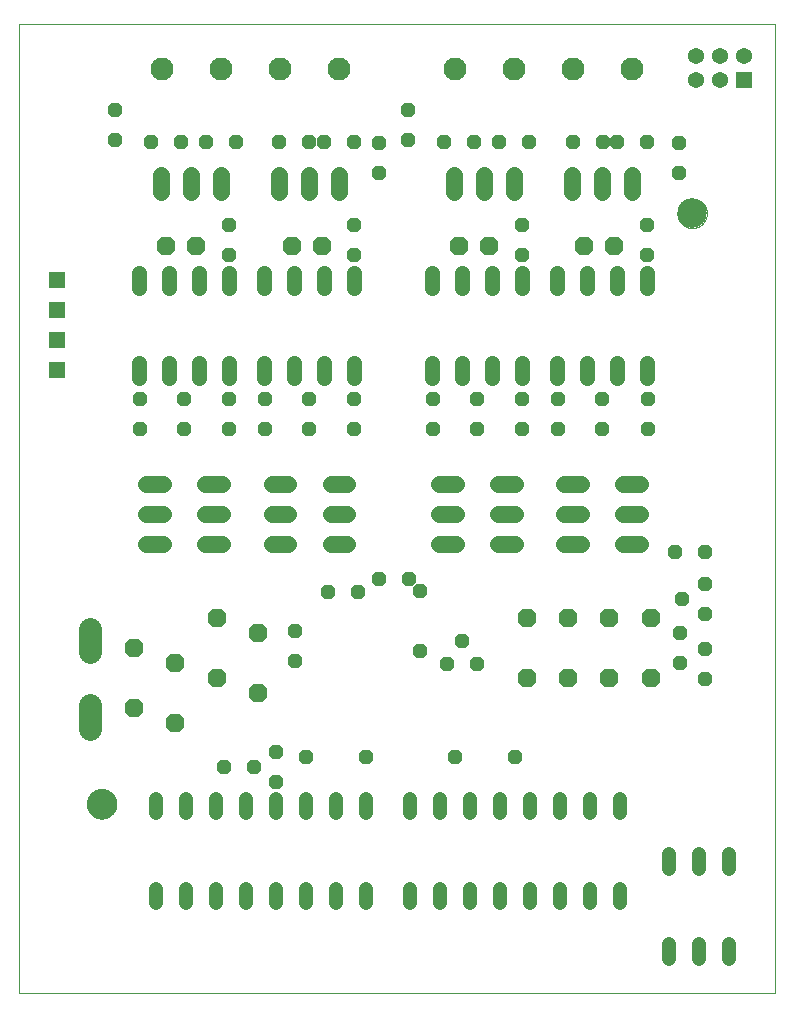
<source format=gts>
G75*
%MOIN*%
%OFA0B0*%
%FSLAX25Y25*%
%IPPOS*%
%LPD*%
%AMOC8*
5,1,8,0,0,1.08239X$1,22.5*
%
%ADD10C,0.00000*%
%ADD11C,0.09843*%
%ADD12OC8,0.04800*%
%ADD13OC8,0.06300*%
%ADD14C,0.05118*%
%ADD15R,0.05400X0.05400*%
%ADD16C,0.05400*%
%ADD17C,0.05600*%
%ADD18C,0.04800*%
%ADD19C,0.07677*%
%ADD20R,0.05500X0.05500*%
%ADD21C,0.07677*%
D10*
X0001300Y0001300D02*
X0001300Y0324135D01*
X0253269Y0324135D01*
X0253269Y0001300D01*
X0001300Y0001300D01*
X0023938Y0064292D02*
X0023940Y0064432D01*
X0023946Y0064572D01*
X0023956Y0064711D01*
X0023970Y0064850D01*
X0023988Y0064989D01*
X0024009Y0065127D01*
X0024035Y0065265D01*
X0024065Y0065402D01*
X0024098Y0065537D01*
X0024136Y0065672D01*
X0024177Y0065806D01*
X0024222Y0065939D01*
X0024270Y0066070D01*
X0024323Y0066199D01*
X0024379Y0066328D01*
X0024438Y0066454D01*
X0024502Y0066579D01*
X0024568Y0066702D01*
X0024639Y0066823D01*
X0024712Y0066942D01*
X0024789Y0067059D01*
X0024870Y0067173D01*
X0024953Y0067285D01*
X0025040Y0067395D01*
X0025130Y0067503D01*
X0025222Y0067607D01*
X0025318Y0067709D01*
X0025417Y0067809D01*
X0025518Y0067905D01*
X0025622Y0067999D01*
X0025729Y0068089D01*
X0025838Y0068176D01*
X0025950Y0068261D01*
X0026064Y0068342D01*
X0026180Y0068420D01*
X0026298Y0068494D01*
X0026419Y0068565D01*
X0026541Y0068633D01*
X0026666Y0068697D01*
X0026792Y0068758D01*
X0026919Y0068815D01*
X0027049Y0068868D01*
X0027180Y0068918D01*
X0027312Y0068963D01*
X0027445Y0069006D01*
X0027580Y0069044D01*
X0027715Y0069078D01*
X0027852Y0069109D01*
X0027989Y0069136D01*
X0028127Y0069158D01*
X0028266Y0069177D01*
X0028405Y0069192D01*
X0028544Y0069203D01*
X0028684Y0069210D01*
X0028824Y0069213D01*
X0028964Y0069212D01*
X0029104Y0069207D01*
X0029243Y0069198D01*
X0029383Y0069185D01*
X0029522Y0069168D01*
X0029660Y0069147D01*
X0029798Y0069123D01*
X0029935Y0069094D01*
X0030071Y0069062D01*
X0030206Y0069025D01*
X0030340Y0068985D01*
X0030473Y0068941D01*
X0030604Y0068893D01*
X0030734Y0068842D01*
X0030863Y0068787D01*
X0030990Y0068728D01*
X0031115Y0068665D01*
X0031238Y0068600D01*
X0031360Y0068530D01*
X0031479Y0068457D01*
X0031597Y0068381D01*
X0031712Y0068302D01*
X0031825Y0068219D01*
X0031935Y0068133D01*
X0032043Y0068044D01*
X0032148Y0067952D01*
X0032251Y0067857D01*
X0032351Y0067759D01*
X0032448Y0067659D01*
X0032542Y0067555D01*
X0032634Y0067449D01*
X0032722Y0067341D01*
X0032807Y0067230D01*
X0032889Y0067116D01*
X0032968Y0067000D01*
X0033043Y0066883D01*
X0033115Y0066763D01*
X0033183Y0066641D01*
X0033248Y0066517D01*
X0033310Y0066391D01*
X0033368Y0066264D01*
X0033422Y0066135D01*
X0033473Y0066004D01*
X0033519Y0065872D01*
X0033562Y0065739D01*
X0033602Y0065605D01*
X0033637Y0065470D01*
X0033669Y0065333D01*
X0033696Y0065196D01*
X0033720Y0065058D01*
X0033740Y0064920D01*
X0033756Y0064781D01*
X0033768Y0064641D01*
X0033776Y0064502D01*
X0033780Y0064362D01*
X0033780Y0064222D01*
X0033776Y0064082D01*
X0033768Y0063943D01*
X0033756Y0063803D01*
X0033740Y0063664D01*
X0033720Y0063526D01*
X0033696Y0063388D01*
X0033669Y0063251D01*
X0033637Y0063114D01*
X0033602Y0062979D01*
X0033562Y0062845D01*
X0033519Y0062712D01*
X0033473Y0062580D01*
X0033422Y0062449D01*
X0033368Y0062320D01*
X0033310Y0062193D01*
X0033248Y0062067D01*
X0033183Y0061943D01*
X0033115Y0061821D01*
X0033043Y0061701D01*
X0032968Y0061584D01*
X0032889Y0061468D01*
X0032807Y0061354D01*
X0032722Y0061243D01*
X0032634Y0061135D01*
X0032542Y0061029D01*
X0032448Y0060925D01*
X0032351Y0060825D01*
X0032251Y0060727D01*
X0032148Y0060632D01*
X0032043Y0060540D01*
X0031935Y0060451D01*
X0031825Y0060365D01*
X0031712Y0060282D01*
X0031597Y0060203D01*
X0031479Y0060127D01*
X0031360Y0060054D01*
X0031238Y0059984D01*
X0031115Y0059919D01*
X0030990Y0059856D01*
X0030863Y0059797D01*
X0030734Y0059742D01*
X0030604Y0059691D01*
X0030473Y0059643D01*
X0030340Y0059599D01*
X0030206Y0059559D01*
X0030071Y0059522D01*
X0029935Y0059490D01*
X0029798Y0059461D01*
X0029660Y0059437D01*
X0029522Y0059416D01*
X0029383Y0059399D01*
X0029243Y0059386D01*
X0029104Y0059377D01*
X0028964Y0059372D01*
X0028824Y0059371D01*
X0028684Y0059374D01*
X0028544Y0059381D01*
X0028405Y0059392D01*
X0028266Y0059407D01*
X0028127Y0059426D01*
X0027989Y0059448D01*
X0027852Y0059475D01*
X0027715Y0059506D01*
X0027580Y0059540D01*
X0027445Y0059578D01*
X0027312Y0059621D01*
X0027180Y0059666D01*
X0027049Y0059716D01*
X0026919Y0059769D01*
X0026792Y0059826D01*
X0026666Y0059887D01*
X0026541Y0059951D01*
X0026419Y0060019D01*
X0026298Y0060090D01*
X0026180Y0060164D01*
X0026064Y0060242D01*
X0025950Y0060323D01*
X0025838Y0060408D01*
X0025729Y0060495D01*
X0025622Y0060585D01*
X0025518Y0060679D01*
X0025417Y0060775D01*
X0025318Y0060875D01*
X0025222Y0060977D01*
X0025130Y0061081D01*
X0025040Y0061189D01*
X0024953Y0061299D01*
X0024870Y0061411D01*
X0024789Y0061525D01*
X0024712Y0061642D01*
X0024639Y0061761D01*
X0024568Y0061882D01*
X0024502Y0062005D01*
X0024438Y0062130D01*
X0024379Y0062256D01*
X0024323Y0062385D01*
X0024270Y0062514D01*
X0024222Y0062645D01*
X0024177Y0062778D01*
X0024136Y0062912D01*
X0024098Y0063047D01*
X0024065Y0063182D01*
X0024035Y0063319D01*
X0024009Y0063457D01*
X0023988Y0063595D01*
X0023970Y0063734D01*
X0023956Y0063873D01*
X0023946Y0064012D01*
X0023940Y0064152D01*
X0023938Y0064292D01*
X0220788Y0261143D02*
X0220790Y0261283D01*
X0220796Y0261423D01*
X0220806Y0261562D01*
X0220820Y0261701D01*
X0220838Y0261840D01*
X0220859Y0261978D01*
X0220885Y0262116D01*
X0220915Y0262253D01*
X0220948Y0262388D01*
X0220986Y0262523D01*
X0221027Y0262657D01*
X0221072Y0262790D01*
X0221120Y0262921D01*
X0221173Y0263050D01*
X0221229Y0263179D01*
X0221288Y0263305D01*
X0221352Y0263430D01*
X0221418Y0263553D01*
X0221489Y0263674D01*
X0221562Y0263793D01*
X0221639Y0263910D01*
X0221720Y0264024D01*
X0221803Y0264136D01*
X0221890Y0264246D01*
X0221980Y0264354D01*
X0222072Y0264458D01*
X0222168Y0264560D01*
X0222267Y0264660D01*
X0222368Y0264756D01*
X0222472Y0264850D01*
X0222579Y0264940D01*
X0222688Y0265027D01*
X0222800Y0265112D01*
X0222914Y0265193D01*
X0223030Y0265271D01*
X0223148Y0265345D01*
X0223269Y0265416D01*
X0223391Y0265484D01*
X0223516Y0265548D01*
X0223642Y0265609D01*
X0223769Y0265666D01*
X0223899Y0265719D01*
X0224030Y0265769D01*
X0224162Y0265814D01*
X0224295Y0265857D01*
X0224430Y0265895D01*
X0224565Y0265929D01*
X0224702Y0265960D01*
X0224839Y0265987D01*
X0224977Y0266009D01*
X0225116Y0266028D01*
X0225255Y0266043D01*
X0225394Y0266054D01*
X0225534Y0266061D01*
X0225674Y0266064D01*
X0225814Y0266063D01*
X0225954Y0266058D01*
X0226093Y0266049D01*
X0226233Y0266036D01*
X0226372Y0266019D01*
X0226510Y0265998D01*
X0226648Y0265974D01*
X0226785Y0265945D01*
X0226921Y0265913D01*
X0227056Y0265876D01*
X0227190Y0265836D01*
X0227323Y0265792D01*
X0227454Y0265744D01*
X0227584Y0265693D01*
X0227713Y0265638D01*
X0227840Y0265579D01*
X0227965Y0265516D01*
X0228088Y0265451D01*
X0228210Y0265381D01*
X0228329Y0265308D01*
X0228447Y0265232D01*
X0228562Y0265153D01*
X0228675Y0265070D01*
X0228785Y0264984D01*
X0228893Y0264895D01*
X0228998Y0264803D01*
X0229101Y0264708D01*
X0229201Y0264610D01*
X0229298Y0264510D01*
X0229392Y0264406D01*
X0229484Y0264300D01*
X0229572Y0264192D01*
X0229657Y0264081D01*
X0229739Y0263967D01*
X0229818Y0263851D01*
X0229893Y0263734D01*
X0229965Y0263614D01*
X0230033Y0263492D01*
X0230098Y0263368D01*
X0230160Y0263242D01*
X0230218Y0263115D01*
X0230272Y0262986D01*
X0230323Y0262855D01*
X0230369Y0262723D01*
X0230412Y0262590D01*
X0230452Y0262456D01*
X0230487Y0262321D01*
X0230519Y0262184D01*
X0230546Y0262047D01*
X0230570Y0261909D01*
X0230590Y0261771D01*
X0230606Y0261632D01*
X0230618Y0261492D01*
X0230626Y0261353D01*
X0230630Y0261213D01*
X0230630Y0261073D01*
X0230626Y0260933D01*
X0230618Y0260794D01*
X0230606Y0260654D01*
X0230590Y0260515D01*
X0230570Y0260377D01*
X0230546Y0260239D01*
X0230519Y0260102D01*
X0230487Y0259965D01*
X0230452Y0259830D01*
X0230412Y0259696D01*
X0230369Y0259563D01*
X0230323Y0259431D01*
X0230272Y0259300D01*
X0230218Y0259171D01*
X0230160Y0259044D01*
X0230098Y0258918D01*
X0230033Y0258794D01*
X0229965Y0258672D01*
X0229893Y0258552D01*
X0229818Y0258435D01*
X0229739Y0258319D01*
X0229657Y0258205D01*
X0229572Y0258094D01*
X0229484Y0257986D01*
X0229392Y0257880D01*
X0229298Y0257776D01*
X0229201Y0257676D01*
X0229101Y0257578D01*
X0228998Y0257483D01*
X0228893Y0257391D01*
X0228785Y0257302D01*
X0228675Y0257216D01*
X0228562Y0257133D01*
X0228447Y0257054D01*
X0228329Y0256978D01*
X0228210Y0256905D01*
X0228088Y0256835D01*
X0227965Y0256770D01*
X0227840Y0256707D01*
X0227713Y0256648D01*
X0227584Y0256593D01*
X0227454Y0256542D01*
X0227323Y0256494D01*
X0227190Y0256450D01*
X0227056Y0256410D01*
X0226921Y0256373D01*
X0226785Y0256341D01*
X0226648Y0256312D01*
X0226510Y0256288D01*
X0226372Y0256267D01*
X0226233Y0256250D01*
X0226093Y0256237D01*
X0225954Y0256228D01*
X0225814Y0256223D01*
X0225674Y0256222D01*
X0225534Y0256225D01*
X0225394Y0256232D01*
X0225255Y0256243D01*
X0225116Y0256258D01*
X0224977Y0256277D01*
X0224839Y0256299D01*
X0224702Y0256326D01*
X0224565Y0256357D01*
X0224430Y0256391D01*
X0224295Y0256429D01*
X0224162Y0256472D01*
X0224030Y0256517D01*
X0223899Y0256567D01*
X0223769Y0256620D01*
X0223642Y0256677D01*
X0223516Y0256738D01*
X0223391Y0256802D01*
X0223269Y0256870D01*
X0223148Y0256941D01*
X0223030Y0257015D01*
X0222914Y0257093D01*
X0222800Y0257174D01*
X0222688Y0257259D01*
X0222579Y0257346D01*
X0222472Y0257436D01*
X0222368Y0257530D01*
X0222267Y0257626D01*
X0222168Y0257726D01*
X0222072Y0257828D01*
X0221980Y0257932D01*
X0221890Y0258040D01*
X0221803Y0258150D01*
X0221720Y0258262D01*
X0221639Y0258376D01*
X0221562Y0258493D01*
X0221489Y0258612D01*
X0221418Y0258733D01*
X0221352Y0258856D01*
X0221288Y0258981D01*
X0221229Y0259107D01*
X0221173Y0259236D01*
X0221120Y0259365D01*
X0221072Y0259496D01*
X0221027Y0259629D01*
X0220986Y0259763D01*
X0220948Y0259898D01*
X0220915Y0260033D01*
X0220885Y0260170D01*
X0220859Y0260308D01*
X0220838Y0260446D01*
X0220820Y0260585D01*
X0220806Y0260724D01*
X0220796Y0260863D01*
X0220790Y0261003D01*
X0220788Y0261143D01*
D11*
X0225709Y0261143D03*
X0028859Y0064292D03*
D12*
X0069725Y0076694D03*
X0079725Y0076694D03*
X0087127Y0081694D03*
X0087127Y0071694D03*
X0097009Y0080040D03*
X0117009Y0080040D03*
X0093229Y0111891D03*
X0093229Y0121891D03*
X0104213Y0134765D03*
X0114213Y0134765D03*
X0121300Y0139095D03*
X0131300Y0139095D03*
X0135158Y0135276D03*
X0148938Y0118406D03*
X0153938Y0110906D03*
X0143938Y0110906D03*
X0135158Y0115276D03*
X0146812Y0080040D03*
X0166812Y0080040D03*
X0219922Y0148150D03*
X0229922Y0148150D03*
X0229843Y0137599D03*
X0222343Y0132599D03*
X0229843Y0127599D03*
X0221812Y0121182D03*
X0229843Y0115906D03*
X0221812Y0111182D03*
X0229843Y0105906D03*
X0210867Y0189213D03*
X0210867Y0199213D03*
X0195788Y0199213D03*
X0195788Y0189213D03*
X0180946Y0189213D03*
X0180946Y0199213D03*
X0169135Y0199213D03*
X0169135Y0189213D03*
X0154056Y0189213D03*
X0154056Y0199213D03*
X0139213Y0199213D03*
X0139213Y0189213D03*
X0112993Y0189213D03*
X0112993Y0199213D03*
X0098150Y0199213D03*
X0098150Y0189213D03*
X0083308Y0189213D03*
X0083308Y0199213D03*
X0071379Y0199213D03*
X0071379Y0189213D03*
X0056418Y0189213D03*
X0056418Y0199213D03*
X0041576Y0199213D03*
X0041576Y0189213D03*
X0071379Y0247284D03*
X0071379Y0257284D03*
X0073623Y0284765D03*
X0063623Y0284765D03*
X0055316Y0284765D03*
X0045316Y0284765D03*
X0033387Y0285670D03*
X0033387Y0295670D03*
X0088032Y0284765D03*
X0098032Y0284765D03*
X0102993Y0284765D03*
X0112993Y0284765D03*
X0121379Y0284646D03*
X0121379Y0274646D03*
X0131024Y0285670D03*
X0131024Y0295670D03*
X0142954Y0284765D03*
X0152954Y0284765D03*
X0161261Y0284765D03*
X0171261Y0284765D03*
X0185906Y0284765D03*
X0195906Y0284765D03*
X0200631Y0284765D03*
X0210631Y0284765D03*
X0221182Y0284646D03*
X0221182Y0274646D03*
X0210749Y0257284D03*
X0210749Y0247284D03*
X0169017Y0247284D03*
X0169017Y0257284D03*
X0113111Y0257284D03*
X0113111Y0247284D03*
D13*
X0102166Y0250316D03*
X0092166Y0250316D03*
X0060434Y0250316D03*
X0050434Y0250316D03*
X0067245Y0126103D03*
X0081024Y0121143D03*
X0067245Y0106103D03*
X0081024Y0101143D03*
X0053465Y0111103D03*
X0039686Y0116064D03*
X0039686Y0096064D03*
X0053465Y0091103D03*
X0170591Y0106182D03*
X0184371Y0106182D03*
X0198150Y0106182D03*
X0211930Y0106182D03*
X0211930Y0126182D03*
X0198150Y0126182D03*
X0184371Y0126182D03*
X0170591Y0126182D03*
X0158072Y0250316D03*
X0148072Y0250316D03*
X0189804Y0250316D03*
X0199804Y0250316D03*
D14*
X0200788Y0241300D02*
X0200788Y0236182D01*
X0190788Y0236182D02*
X0190788Y0241300D01*
X0180788Y0241300D02*
X0180788Y0236182D01*
X0169056Y0236182D02*
X0169056Y0241300D01*
X0159056Y0241300D02*
X0159056Y0236182D01*
X0149056Y0236182D02*
X0149056Y0241300D01*
X0139056Y0241300D02*
X0139056Y0236182D01*
X0139056Y0211300D02*
X0139056Y0206182D01*
X0149056Y0206182D02*
X0149056Y0211300D01*
X0159056Y0211300D02*
X0159056Y0206182D01*
X0169056Y0206182D02*
X0169056Y0211300D01*
X0180788Y0211300D02*
X0180788Y0206182D01*
X0190788Y0206182D02*
X0190788Y0211300D01*
X0200788Y0211300D02*
X0200788Y0206182D01*
X0210788Y0206182D02*
X0210788Y0211300D01*
X0210788Y0236182D02*
X0210788Y0241300D01*
X0113150Y0241300D02*
X0113150Y0236182D01*
X0103150Y0236182D02*
X0103150Y0241300D01*
X0093150Y0241300D02*
X0093150Y0236182D01*
X0083150Y0236182D02*
X0083150Y0241300D01*
X0071418Y0241300D02*
X0071418Y0236182D01*
X0061418Y0236182D02*
X0061418Y0241300D01*
X0051418Y0241300D02*
X0051418Y0236182D01*
X0041418Y0236182D02*
X0041418Y0241300D01*
X0041418Y0211300D02*
X0041418Y0206182D01*
X0051418Y0206182D02*
X0051418Y0211300D01*
X0061418Y0211300D02*
X0061418Y0206182D01*
X0071418Y0206182D02*
X0071418Y0211300D01*
X0083150Y0211300D02*
X0083150Y0206182D01*
X0093150Y0206182D02*
X0093150Y0211300D01*
X0103150Y0211300D02*
X0103150Y0206182D01*
X0113150Y0206182D02*
X0113150Y0211300D01*
D15*
X0242835Y0305631D03*
D16*
X0242835Y0313505D03*
X0234961Y0313505D03*
X0234961Y0305631D03*
X0227087Y0305631D03*
X0227087Y0313505D03*
D17*
X0205788Y0273785D02*
X0205788Y0268185D01*
X0195788Y0268185D02*
X0195788Y0273785D01*
X0185788Y0273785D02*
X0185788Y0268185D01*
X0166418Y0268185D02*
X0166418Y0273785D01*
X0156418Y0273785D02*
X0156418Y0268185D01*
X0146418Y0268185D02*
X0146418Y0273785D01*
X0108150Y0273785D02*
X0108150Y0268185D01*
X0098150Y0268185D02*
X0098150Y0273785D01*
X0088150Y0273785D02*
X0088150Y0268185D01*
X0068780Y0268185D02*
X0068780Y0273785D01*
X0058780Y0273785D02*
X0058780Y0268185D01*
X0048780Y0268185D02*
X0048780Y0273785D01*
X0049376Y0170749D02*
X0043776Y0170749D01*
X0043776Y0160749D02*
X0049376Y0160749D01*
X0049376Y0150749D02*
X0043776Y0150749D01*
X0063461Y0150749D02*
X0069061Y0150749D01*
X0069061Y0160749D02*
X0063461Y0160749D01*
X0063461Y0170749D02*
X0069061Y0170749D01*
X0085508Y0170749D02*
X0091108Y0170749D01*
X0091108Y0160749D02*
X0085508Y0160749D01*
X0085508Y0150749D02*
X0091108Y0150749D01*
X0105193Y0150749D02*
X0110793Y0150749D01*
X0110793Y0160749D02*
X0105193Y0160749D01*
X0105193Y0170749D02*
X0110793Y0170749D01*
X0141413Y0170749D02*
X0147013Y0170749D01*
X0147013Y0160749D02*
X0141413Y0160749D01*
X0141413Y0150749D02*
X0147013Y0150749D01*
X0161098Y0150749D02*
X0166698Y0150749D01*
X0166698Y0160749D02*
X0161098Y0160749D01*
X0161098Y0170749D02*
X0166698Y0170749D01*
X0183146Y0170749D02*
X0188746Y0170749D01*
X0188746Y0160749D02*
X0183146Y0160749D01*
X0183146Y0150749D02*
X0188746Y0150749D01*
X0202831Y0150749D02*
X0208431Y0150749D01*
X0208431Y0160749D02*
X0202831Y0160749D01*
X0202831Y0170749D02*
X0208431Y0170749D01*
D18*
X0201654Y0065944D02*
X0201654Y0061144D01*
X0191654Y0061144D02*
X0191654Y0065944D01*
X0181654Y0065944D02*
X0181654Y0061144D01*
X0171654Y0061144D02*
X0171654Y0065944D01*
X0161654Y0065944D02*
X0161654Y0061144D01*
X0151654Y0061144D02*
X0151654Y0065944D01*
X0141654Y0065944D02*
X0141654Y0061144D01*
X0131654Y0061144D02*
X0131654Y0065944D01*
X0117009Y0065944D02*
X0117009Y0061144D01*
X0107009Y0061144D02*
X0107009Y0065944D01*
X0097009Y0065944D02*
X0097009Y0061144D01*
X0087009Y0061144D02*
X0087009Y0065944D01*
X0077009Y0065944D02*
X0077009Y0061144D01*
X0067009Y0061144D02*
X0067009Y0065944D01*
X0057009Y0065944D02*
X0057009Y0061144D01*
X0047009Y0061144D02*
X0047009Y0065944D01*
X0047009Y0035944D02*
X0047009Y0031144D01*
X0057009Y0031144D02*
X0057009Y0035944D01*
X0067009Y0035944D02*
X0067009Y0031144D01*
X0077009Y0031144D02*
X0077009Y0035944D01*
X0087009Y0035944D02*
X0087009Y0031144D01*
X0097009Y0031144D02*
X0097009Y0035944D01*
X0107009Y0035944D02*
X0107009Y0031144D01*
X0117009Y0031144D02*
X0117009Y0035944D01*
X0131654Y0035944D02*
X0131654Y0031144D01*
X0141654Y0031144D02*
X0141654Y0035944D01*
X0151654Y0035944D02*
X0151654Y0031144D01*
X0161654Y0031144D02*
X0161654Y0035944D01*
X0171654Y0035944D02*
X0171654Y0031144D01*
X0181654Y0031144D02*
X0181654Y0035944D01*
X0191654Y0035944D02*
X0191654Y0031144D01*
X0201654Y0031144D02*
X0201654Y0035944D01*
X0218072Y0042640D02*
X0218072Y0047440D01*
X0228072Y0047440D02*
X0228072Y0042640D01*
X0238072Y0042640D02*
X0238072Y0047440D01*
X0238072Y0017440D02*
X0238072Y0012640D01*
X0228072Y0012640D02*
X0228072Y0017440D01*
X0218072Y0017440D02*
X0218072Y0012640D01*
D19*
X0205631Y0309174D03*
X0185946Y0309174D03*
X0166261Y0309174D03*
X0146576Y0309174D03*
X0107993Y0309174D03*
X0088308Y0309174D03*
X0068623Y0309174D03*
X0048938Y0309174D03*
D20*
X0014017Y0238741D03*
X0014017Y0228741D03*
X0014017Y0218741D03*
X0014017Y0208741D03*
D21*
X0024922Y0122658D02*
X0024922Y0114981D01*
X0024922Y0097068D02*
X0024922Y0089391D01*
M02*

</source>
